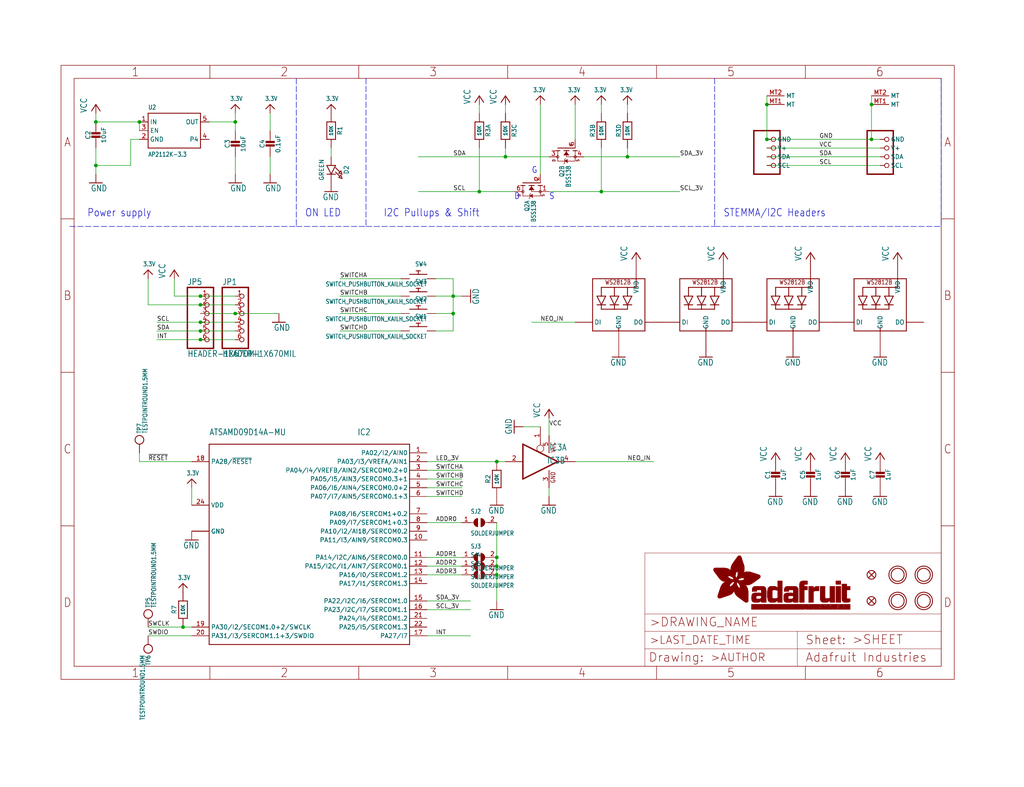
<source format=kicad_sch>
(kicad_sch (version 20211123) (generator eeschema)
  (paper "User" 298.45 229.464)
  (lib_symbols
    (symbol "schematicEagle-eagle-import:3.3V" (power)
      (property "Value" "3.3V" (at -1.524 1.016 0))
      (symbol "3.3V_1_0"
        (pin power_in line (at 0 -2.54 90) (length 2.54) (name "3.3V") (number "1"))
      )
    )
    (symbol "schematicEagle-eagle-import:741G125DBV"
      (property "Reference" "IC" (at -0.635 -0.635 0))
      (symbol "741G125DBV_1_0"
        (pin input line (at 0 10.16 270) (length 5.08) (name "OE") (number "1"))
        (pin input line (at -10.16 0 0) (length 5.08) (name "I") (number "2"))
        (pin tri_state line (at 10.16 0 180) (length 5.08) (name "O") (number "4"))
      )
      (symbol "741G125DBV_2_0"
        (text "GND" (at 1.905 -6.35 900) (effects (font (size 1.27 1.0795)) (justify left bottom)))
        (text "VCC" (at 1.905 2.54 900) (effects (font (size 1.27 1.0795)) (justify left bottom)))
        (pin power_in line (at 0 -7.62 90) (length 5.08) (name "GND") (number "3"))
        (pin power_in line (at 0 7.62 270) (length 5.08) (name "VCC") (number "5"))
      )
    )
    (symbol "schematicEagle-eagle-import:ATSAMD09D14A-MU"
      (property "Reference" "IC" (at 12.7 33.02 0))
      (property "Value" "ATSAMD09D14A-MU" (at -30.48 33.02 0))
      (symbol "ATSAMD09D14A-MU_1_0"
        (pin bidirectional line (at 33.02 27.94 180) (length 5.08) (name "PA02/I2/AIN0") (number "1"))
        (pin bidirectional line (at 33.02 2.54 180) (length 5.08) (name "PA11/I3/AIN9/SERCOM0.3") (number "10"))
        (pin bidirectional line (at 33.02 -2.54 180) (length 5.08) (name "PA14/I2C/AIN6/SERCOM0.0") (number "11"))
        (pin bidirectional line (at 33.02 -5.08 180) (length 5.08) (name "PA15/I2C/I1/AIN7/SERCOM0.1") (number "12"))
        (pin bidirectional line (at 33.02 -7.62 180) (length 5.08) (name "PA16/I0/SERCOM1.2") (number "13"))
        (pin bidirectional line (at 33.02 -10.16 180) (length 5.08) (name "PA17/I1/SERCOM1.3") (number "14"))
        (pin bidirectional line (at 33.02 -15.24 180) (length 5.08) (name "PA22/I2C/I6/SERCOM1.0") (number "15"))
        (pin bidirectional line (at 33.02 -17.78 180) (length 5.08) (name "PA23/I2C/I7/SERCOM1.1") (number "16"))
        (pin bidirectional line (at 33.02 -25.4 180) (length 5.08) (name "PA27/I7") (number "17"))
        (pin bidirectional line (at -35.56 25.4 0) (length 5.08) (name "PA28/~{RESET}") (number "18"))
        (pin bidirectional line (at -35.56 -22.86 0) (length 5.08) (name "PA30/I2/SECOM1.0+2/SWCLK") (number "19"))
        (pin bidirectional line (at 33.02 25.4 180) (length 5.08) (name "PA03/I3/VREFA/AIN1") (number "2"))
        (pin bidirectional line (at -35.56 -25.4 0) (length 5.08) (name "PA31/I3/SERCOM1.1+3/SWDIO") (number "20"))
        (pin bidirectional line (at 33.02 -20.32 180) (length 5.08) (name "PA24/I4/SERCOM1.2") (number "21"))
        (pin bidirectional line (at 33.02 -22.86 180) (length 5.08) (name "PA25/I5/SERCOM1.3") (number "22"))
        (pin power_in line (at -35.56 5.08 0) (length 5.08) (name "GND") (number "23"))
        (pin power_in line (at -35.56 12.7 0) (length 5.08) (name "VDD") (number "24"))
        (pin bidirectional line (at 33.02 22.86 180) (length 5.08) (name "PA04/I4/VREFB/AIN2/SERCOM0.2+0") (number "3"))
        (pin bidirectional line (at 33.02 20.32 180) (length 5.08) (name "PA05/I5/AIN3/SERCOM0.3+1") (number "4"))
        (pin bidirectional line (at 33.02 17.78 180) (length 5.08) (name "PA06/I6/AIN4/SERCOM0.0+2") (number "5"))
        (pin bidirectional line (at 33.02 15.24 180) (length 5.08) (name "PA07/I7/AIN5/SERCOM0.1+3") (number "6"))
        (pin bidirectional line (at 33.02 10.16 180) (length 5.08) (name "PA08/I6/SERCOM1+0.2") (number "7"))
        (pin bidirectional line (at 33.02 7.62 180) (length 5.08) (name "PA09/I7/SERCOM1+0.3") (number "8"))
        (pin bidirectional line (at 33.02 5.08 180) (length 5.08) (name "PA10/I2/AI18/SERCOM0.2") (number "9"))
        (pin power_in line (at -35.56 5.08 0) (length 5.08) (name "GND") (number "THERM"))
      )
    )
    (symbol "schematicEagle-eagle-import:CAP_CERAMIC0603_NO"
      (property "Reference" "C" (at -2.29 1.25 90))
      (property "Value" "CAP_CERAMIC0603_NO" (at 2.3 1.25 90))
      (symbol "CAP_CERAMIC0603_NO_1_0"
        (pin passive line (at 0 5.08 270) (length 2.54) (name "1") (number "1"))
        (pin passive line (at 0 -2.54 90) (length 2.54) (name "2") (number "2"))
      )
    )
    (symbol "schematicEagle-eagle-import:CAP_CERAMIC0805-NOOUTLINE"
      (property "Reference" "C" (at -2.29 1.25 90))
      (property "Value" "CAP_CERAMIC0805-NOOUTLINE" (at 2.3 1.25 90))
      (symbol "CAP_CERAMIC0805-NOOUTLINE_1_0"
        (pin passive line (at 0 5.08 270) (length 2.54) (name "1") (number "1"))
        (pin passive line (at 0 -2.54 90) (length 2.54) (name "2") (number "2"))
      )
    )
    (symbol "schematicEagle-eagle-import:FIDUCIAL_1MM")
    (symbol "schematicEagle-eagle-import:FRAME_A4_ADAFRUIT"
      (symbol "FRAME_A4_ADAFRUIT_0_0"
        (text "1" (at 21.6958 1.905 0) (effects (font (size 2.54 2.286))))
        (text "1" (at 21.6958 177.165 0) (effects (font (size 2.54 2.286))))
        (text "2" (at 65.0875 1.905 0) (effects (font (size 2.54 2.286))))
        (text "2" (at 65.0875 177.165 0) (effects (font (size 2.54 2.286))))
        (text "3" (at 108.4792 1.905 0) (effects (font (size 2.54 2.286))))
        (text "3" (at 108.4792 177.165 0) (effects (font (size 2.54 2.286))))
        (text "4" (at 151.8708 1.905 0) (effects (font (size 2.54 2.286))))
        (text "4" (at 151.8708 177.165 0) (effects (font (size 2.54 2.286))))
        (text "5" (at 195.2625 1.905 0) (effects (font (size 2.54 2.286))))
        (text "5" (at 195.2625 177.165 0) (effects (font (size 2.54 2.286))))
        (text "6" (at 238.6542 1.905 0) (effects (font (size 2.54 2.286))))
        (text "6" (at 238.6542 177.165 0) (effects (font (size 2.54 2.286))))
        (text "A" (at 1.905 156.6863 0) (effects (font (size 2.54 2.286))))
        (text "A" (at 258.445 156.6863 0) (effects (font (size 2.54 2.286))))
        (text "B" (at 1.905 111.9188 0) (effects (font (size 2.54 2.286))))
        (text "B" (at 258.445 111.9188 0) (effects (font (size 2.54 2.286))))
        (text "C" (at 1.905 67.1513 0) (effects (font (size 2.54 2.286))))
        (text "C" (at 258.445 67.1513 0) (effects (font (size 2.54 2.286))))
        (text "D" (at 1.905 22.3838 0) (effects (font (size 2.54 2.286))))
        (text "D" (at 258.445 22.3838 0) (effects (font (size 2.54 2.286))))
      )
      (symbol "FRAME_A4_ADAFRUIT_1_0"
        (text ">AUTHOR" (at 189.23 5.08 0) (effects (font (size 2.286 2.286)) (justify left bottom)))
        (text ">DRAWING_NAME" (at 171.45 15.24 0) (effects (font (size 2.54 2.54)) (justify left bottom)))
        (text ">LAST_DATE_TIME" (at 171.45 10.16 0) (effects (font (size 2.286 2.286)) (justify left bottom)))
        (text ">SHEET" (at 230.505 10.16 0) (effects (font (size 2.54 2.54)) (justify left bottom)))
        (text "Adafruit Industries" (at 216.916 4.953 0) (effects (font (size 2.54 2.54)) (justify left bottom)))
        (text "Drawing:" (at 171.196 4.953 0) (effects (font (size 2.54 2.54)) (justify left bottom)))
        (text "Sheet:" (at 216.916 10.033 0) (effects (font (size 2.54 2.54)) (justify left bottom)))
      )
    )
    (symbol "schematicEagle-eagle-import:GND" (power)
      (property "Value" "GND" (at -2.54 -2.54 0))
      (symbol "GND_1_0"
        (pin power_in line (at 0 2.54 270) (length 2.54) (name "GND") (number "1"))
      )
    )
    (symbol "schematicEagle-eagle-import:HEADER-1X670MIL"
      (property "Reference" "JP" (at -6.35 10.795 0))
      (property "Value" "HEADER-1X670MIL" (at -6.35 -10.16 0))
      (symbol "HEADER-1X670MIL_1_0"
        (pin passive inverted (at -2.54 7.62 0) (length 2.54) (name "1") (number "1"))
        (pin passive inverted (at -2.54 5.08 0) (length 2.54) (name "2") (number "2"))
        (pin passive inverted (at -2.54 2.54 0) (length 2.54) (name "3") (number "3"))
        (pin passive inverted (at -2.54 0 0) (length 2.54) (name "4") (number "4"))
        (pin passive inverted (at -2.54 -2.54 0) (length 2.54) (name "5") (number "5"))
        (pin passive inverted (at -2.54 -5.08 0) (length 2.54) (name "6") (number "6"))
      )
    )
    (symbol "schematicEagle-eagle-import:LED0603_NOOUTLINE"
      (property "Reference" "D" (at -1.27 4.445 0))
      (property "Value" "LED0603_NOOUTLINE" (at -1.27 -2.794 0))
      (symbol "LED0603_NOOUTLINE_1_0"
        (pin passive line (at -5.08 0 0) (length 2.54) (name "A") (number "A"))
        (pin passive line (at 2.54 0 180) (length 2.54) (name "C") (number "C"))
      )
    )
    (symbol "schematicEagle-eagle-import:MOSFET-N_DUAL"
      (property "Reference" "Q" (at 5.08 0.635 0))
      (property "Value" "MOSFET-N_DUAL" (at 5.08 -1.27 0))
      (symbol "MOSFET-N_DUAL_1_0"
        (text "D" (at 3.175 3.175 0) (effects (font (size 0.8128 0.6908)) (justify left bottom)))
        (text "G" (at -1.27 -1.905 0) (effects (font (size 0.8128 0.6908)) (justify left bottom)))
        (text "S" (at 3.175 -3.81 0) (effects (font (size 0.8128 0.6908)) (justify left bottom)))
        (pin bidirectional line (at 2.54 -5.08 90) (length 2.54) (name "S") (number "1"))
        (pin bidirectional line (at -2.54 -2.54 0) (length 2.54) (name "G") (number "2"))
        (pin bidirectional line (at 2.54 5.08 270) (length 2.54) (name "D") (number "6"))
      )
      (symbol "MOSFET-N_DUAL_2_0"
        (text "D" (at 3.175 3.175 0) (effects (font (size 0.8128 0.6908)) (justify left bottom)))
        (text "G" (at -1.27 -1.905 0) (effects (font (size 0.8128 0.6908)) (justify left bottom)))
        (text "S" (at 3.175 -3.81 0) (effects (font (size 0.8128 0.6908)) (justify left bottom)))
        (pin bidirectional line (at 2.54 5.08 270) (length 2.54) (name "D") (number "3"))
        (pin bidirectional line (at 2.54 -5.08 90) (length 2.54) (name "S") (number "4"))
        (pin bidirectional line (at -2.54 -2.54 0) (length 2.54) (name "G") (number "5"))
      )
    )
    (symbol "schematicEagle-eagle-import:MOUNTINGHOLE2.5")
    (symbol "schematicEagle-eagle-import:RESISTOR_0603_NOOUT"
      (property "Reference" "R" (at 0 2.54 0))
      (property "Value" "RESISTOR_0603_NOOUT" (at 0 0 0))
      (symbol "RESISTOR_0603_NOOUT_1_0"
        (pin passive line (at -5.08 0 0) (length 2.54) (name "1") (number "1"))
        (pin passive line (at 5.08 0 180) (length 2.54) (name "2") (number "2"))
      )
    )
    (symbol "schematicEagle-eagle-import:RESISTOR_4PACK"
      (property "Reference" "R" (at 0 2.54 0))
      (property "Value" "RESISTOR_4PACK" (at 0 0 0))
      (symbol "RESISTOR_4PACK_1_0"
        (pin passive line (at -5.08 0 0) (length 2.54) (name "1") (number "1"))
        (pin passive line (at 5.08 0 180) (length 2.54) (name "2") (number "8"))
      )
      (symbol "RESISTOR_4PACK_2_0"
        (pin passive line (at -5.08 0 0) (length 2.54) (name "1") (number "2"))
        (pin passive line (at 5.08 0 180) (length 2.54) (name "2") (number "7"))
      )
      (symbol "RESISTOR_4PACK_3_0"
        (pin passive line (at -5.08 0 0) (length 2.54) (name "1") (number "3"))
        (pin passive line (at 5.08 0 180) (length 2.54) (name "2") (number "6"))
      )
      (symbol "RESISTOR_4PACK_4_0"
        (pin passive line (at -5.08 0 0) (length 2.54) (name "1") (number "4"))
        (pin passive line (at 5.08 0 180) (length 2.54) (name "2") (number "5"))
      )
    )
    (symbol "schematicEagle-eagle-import:SOLDERJUMPER"
      (property "Reference" "SJ" (at -2.54 2.54 0))
      (property "Value" "SOLDERJUMPER" (at -2.54 -3.81 0))
      (symbol "SOLDERJUMPER_1_0"
        (pin passive line (at -5.08 0 0) (length 2.54) (name "1") (number "1"))
        (pin passive line (at 5.08 0 180) (length 2.54) (name "2") (number "2"))
      )
    )
    (symbol "schematicEagle-eagle-import:STEMMA_I2C_QT"
      (symbol "STEMMA_I2C_QT_1_0"
        (pin passive inverted (at 0 5.08 0) (length 2.54) (name "GND") (number "1"))
        (pin passive inverted (at 0 2.54 0) (length 2.54) (name "V+") (number "2"))
        (pin passive inverted (at 0 0 0) (length 2.54) (name "SDA") (number "3"))
        (pin passive inverted (at 0 -2.54 0) (length 2.54) (name "SCL") (number "4"))
      )
      (symbol "STEMMA_I2C_QT_2_0"
        (pin bidirectional line (at 0 0 0) (length 5.08) (name "MT") (number "MT1"))
      )
      (symbol "STEMMA_I2C_QT_3_0"
        (pin bidirectional line (at 0 0 0) (length 5.08) (name "MT") (number "MT2"))
      )
    )
    (symbol "schematicEagle-eagle-import:SWITCH_PUSHBUTTON_KAILH_SOCKET"
      (property "Reference" "SW" (at -2.54 3.556 0))
      (property "Value" "SWITCH_PUSHBUTTON_KAILH_SOCKET" (at -2.54 -2.286 0))
      (symbol "SWITCH_PUSHBUTTON_KAILH_SOCKET_1_0"
        (pin passive line (at -5.08 0 0) (length 2.54) (name "P$1") (number "1"))
        (pin passive line (at 5.08 0 180) (length 2.54) (name "P$2") (number "2"))
      )
    )
    (symbol "schematicEagle-eagle-import:TESTPOINTROUND1.5MM"
      (property "Reference" "TP" (at 0 5.588 90))
      (property "Value" "TESTPOINTROUND1.5MM" (at 1.651 5.588 90))
      (symbol "TESTPOINTROUND1.5MM_1_0"
        (pin bidirectional line (at 0 0 90) (length 2.54) (name "P$1") (number "P$1"))
      )
    )
    (symbol "schematicEagle-eagle-import:VCC" (power)
      (property "Value" "VCC" (at -2.54 -2.54 90))
      (symbol "VCC_1_0"
        (pin power_in line (at 0 -2.54 90) (length 2.54) (name "VCC") (number "1"))
      )
    )
    (symbol "schematicEagle-eagle-import:VREG_SOT23-5"
      (property "Reference" "U" (at -7.62 6.096 0))
      (property "Value" "VREG_SOT23-5" (at -7.62 -7.62 0))
      (symbol "VREG_SOT23-5_1_0"
        (pin power_in line (at -10.16 2.54 0) (length 2.54) (name "IN") (number "1"))
        (pin power_in line (at -10.16 -2.54 0) (length 2.54) (name "GND") (number "2"))
        (pin input line (at -10.16 0 0) (length 2.54) (name "EN") (number "3"))
        (pin bidirectional line (at 10.16 -2.54 180) (length 2.54) (name "P4") (number "4"))
        (pin power_in line (at 10.16 2.54 180) (length 2.54) (name "OUT") (number "5"))
      )
    )
    (symbol "schematicEagle-eagle-import:WS2812B_SK6812E"
      (symbol "WS2812B_SK6812E_1_0"
        (text "WS2812B" (at -4.064 8.382 0) (effects (font (size 1.27 1.0795)) (justify left bottom)))
        (pin power_in line (at 5.08 15.24 270) (length 5.08) (name "VDD") (number "1-VDD"))
        (pin output line (at 12.7 -2.54 180) (length 5.08) (name "DO") (number "2-DOUT"))
        (pin power_in line (at 0 -10.16 90) (length 5.08) (name "GND") (number "3-GND"))
        (pin input line (at -12.7 -2.54 0) (length 5.08) (name "DI") (number "4-DIN"))
      )
    )
  )
  (junction (at 139.7 55.88))
  (junction (at 144.78 167.64))
  (junction (at 58.42 88.9))
  (junction (at 254 30.48))
  (junction (at 132.08 91.44))
  (junction (at 58.42 99.06))
  (junction (at 68.58 35.56))
  (junction (at 53.34 182.88))
  (junction (at 58.42 93.98))
  (junction (at 144.78 134.62))
  (junction (at 132.08 86.36))
  (junction (at 144.78 165.1))
  (junction (at 175.26 55.88))
  (junction (at 223.52 30.48))
  (junction (at 27.94 35.56))
  (junction (at 254 40.64))
  (junction (at 223.52 40.64))
  (junction (at 40.64 35.56))
  (junction (at 182.88 45.72))
  (junction (at 144.78 162.56))
  (junction (at 27.94 48.26))
  (junction (at 58.42 86.36))
  (junction (at 68.58 91.44))
  (junction (at 147.32 45.72))
  (junction (at 58.42 96.52))
  (wire (pts (xy 68.58 88.9) (xy 58.42 88.9)))
  (wire (pts (xy 58.42 96.52) (xy 45.72 96.52)))
  (wire (pts (xy 40.64 134.62) (xy 40.64 132.08)))
  (wire (pts (xy 144.78 152.4) (xy 144.78 162.56)))
  (polyline (pts (xy 106.68 22.86) (xy 106.68 66.04)))
  (wire (pts (xy 55.88 142.24) (xy 55.88 147.32)))
  (wire (pts (xy 132.08 86.36) (xy 134.62 86.36)))
  (wire (pts (xy 68.58 91.44) (xy 81.28 91.44)))
  (wire (pts (xy 160.02 127) (xy 160.02 121.92)))
  (wire (pts (xy 157.48 124.46) (xy 152.4 124.46)))
  (wire (pts (xy 68.58 99.06) (xy 58.42 99.06)))
  (wire (pts (xy 132.08 81.28) (xy 132.08 86.36)))
  (wire (pts (xy 40.64 35.56) (xy 27.94 35.56)))
  (wire (pts (xy 58.42 86.36) (xy 50.8 86.36)))
  (wire (pts (xy 139.7 55.88) (xy 121.92 55.88)))
  (wire (pts (xy 96.52 45.72) (xy 96.52 43.18)))
  (wire (pts (xy 53.34 182.88) (xy 55.88 182.88)))
  (wire (pts (xy 124.46 167.64) (xy 134.62 167.64)))
  (wire (pts (xy 27.94 48.26) (xy 27.94 50.8)))
  (wire (pts (xy 254 40.64) (xy 223.52 40.64)))
  (wire (pts (xy 256.54 45.72) (xy 223.52 45.72)))
  (wire (pts (xy 147.32 43.18) (xy 147.32 45.72)))
  (wire (pts (xy 55.88 134.62) (xy 40.64 134.62)))
  (wire (pts (xy 124.46 165.1) (xy 134.62 165.1)))
  (wire (pts (xy 68.58 35.56) (xy 68.58 33.02)))
  (wire (pts (xy 137.16 185.42) (xy 124.46 185.42)))
  (wire (pts (xy 50.8 86.36) (xy 50.8 81.28)))
  (wire (pts (xy 157.48 50.8) (xy 157.48 30.48)))
  (wire (pts (xy 170.18 45.72) (xy 182.88 45.72)))
  (wire (pts (xy 144.78 162.56) (xy 144.78 165.1)))
  (wire (pts (xy 127 91.44) (xy 132.08 91.44)))
  (wire (pts (xy 139.7 43.18) (xy 139.7 55.88)))
  (wire (pts (xy 55.88 185.42) (xy 43.18 185.42)))
  (wire (pts (xy 160.02 55.88) (xy 175.26 55.88)))
  (wire (pts (xy 132.08 86.36) (xy 127 86.36)))
  (wire (pts (xy 127 81.28) (xy 132.08 81.28)))
  (polyline (pts (xy 86.36 22.86) (xy 86.36 66.04)))
  (wire (pts (xy 175.26 33.02) (xy 175.26 30.48)))
  (wire (pts (xy 160.02 144.78) (xy 160.02 142.24)))
  (wire (pts (xy 68.58 93.98) (xy 58.42 93.98)))
  (wire (pts (xy 223.52 30.48) (xy 223.52 40.64)))
  (wire (pts (xy 38.1 40.64) (xy 38.1 48.26)))
  (polyline (pts (xy 208.28 66.04) (xy 274.32 66.04)))
  (wire (pts (xy 27.94 33.02) (xy 27.94 35.56)))
  (wire (pts (xy 175.26 55.88) (xy 198.12 55.88)))
  (wire (pts (xy 144.78 165.1) (xy 144.78 167.64)))
  (wire (pts (xy 190.5 134.62) (xy 167.64 134.62)))
  (wire (pts (xy 58.42 88.9) (xy 43.18 88.9)))
  (wire (pts (xy 254 30.48) (xy 254 40.64)))
  (polyline (pts (xy 20.32 66.04) (xy 86.36 66.04)))
  (wire (pts (xy 167.64 93.98) (xy 154.94 93.98)))
  (wire (pts (xy 223.52 27.94) (xy 223.52 30.48)))
  (wire (pts (xy 43.18 88.9) (xy 43.18 81.28)))
  (wire (pts (xy 58.42 93.98) (xy 45.72 93.98)))
  (wire (pts (xy 27.94 48.26) (xy 27.94 43.18)))
  (wire (pts (xy 68.58 45.72) (xy 68.58 50.8)))
  (wire (pts (xy 256.54 40.64) (xy 254 40.64)))
  (wire (pts (xy 124.46 139.7) (xy 134.62 139.7)))
  (polyline (pts (xy 106.68 66.04) (xy 208.28 66.04)))
  (wire (pts (xy 132.08 96.52) (xy 132.08 91.44)))
  (wire (pts (xy 160.02 45.72) (xy 147.32 45.72)))
  (wire (pts (xy 127 96.52) (xy 132.08 96.52)))
  (wire (pts (xy 38.1 48.26) (xy 27.94 48.26)))
  (wire (pts (xy 40.64 38.1) (xy 40.64 35.56)))
  (wire (pts (xy 116.84 91.44) (xy 99.06 91.44)))
  (wire (pts (xy 182.88 33.02) (xy 182.88 30.48)))
  (wire (pts (xy 124.46 162.56) (xy 134.62 162.56)))
  (wire (pts (xy 139.7 30.48) (xy 139.7 33.02)))
  (wire (pts (xy 182.88 43.18) (xy 182.88 45.72)))
  (wire (pts (xy 124.46 177.8) (xy 137.16 177.8)))
  (wire (pts (xy 78.74 45.72) (xy 78.74 50.8)))
  (wire (pts (xy 124.46 137.16) (xy 134.62 137.16)))
  (polyline (pts (xy 274.32 22.86) (xy 274.32 66.04)))
  (wire (pts (xy 124.46 144.78) (xy 134.62 144.78)))
  (wire (pts (xy 124.46 142.24) (xy 134.62 142.24)))
  (wire (pts (xy 144.78 134.62) (xy 147.32 134.62)))
  (polyline (pts (xy 86.36 66.04) (xy 106.68 66.04)))
  (wire (pts (xy 124.46 175.26) (xy 137.16 175.26)))
  (wire (pts (xy 147.32 45.72) (xy 121.92 45.72)))
  (wire (pts (xy 58.42 99.06) (xy 45.72 99.06)))
  (polyline (pts (xy 208.28 22.86) (xy 208.28 66.04)))
  (wire (pts (xy 182.88 45.72) (xy 198.12 45.72)))
  (wire (pts (xy 40.64 40.64) (xy 38.1 40.64)))
  (wire (pts (xy 68.58 86.36) (xy 58.42 86.36)))
  (wire (pts (xy 175.26 43.18) (xy 175.26 55.88)))
  (wire (pts (xy 223.52 43.18) (xy 256.54 43.18)))
  (wire (pts (xy 116.84 86.36) (xy 99.06 86.36)))
  (wire (pts (xy 116.84 81.28) (xy 99.06 81.28)))
  (wire (pts (xy 254 27.94) (xy 254 30.48)))
  (wire (pts (xy 60.96 35.56) (xy 68.58 35.56)))
  (wire (pts (xy 223.52 48.26) (xy 256.54 48.26)))
  (wire (pts (xy 124.46 134.62) (xy 144.78 134.62)))
  (wire (pts (xy 144.78 167.64) (xy 144.78 175.26)))
  (wire (pts (xy 124.46 152.4) (xy 134.62 152.4)))
  (wire (pts (xy 68.58 91.44) (xy 58.42 91.44)))
  (wire (pts (xy 116.84 96.52) (xy 99.06 96.52)))
  (wire (pts (xy 43.18 182.88) (xy 53.34 182.88)))
  (wire (pts (xy 147.32 33.02) (xy 147.32 30.48)))
  (wire (pts (xy 149.86 55.88) (xy 139.7 55.88)))
  (wire (pts (xy 68.58 35.56) (xy 68.58 38.1)))
  (wire (pts (xy 78.74 33.02) (xy 78.74 38.1)))
  (wire (pts (xy 132.08 91.44) (xy 132.08 86.36)))
  (wire (pts (xy 68.58 96.52) (xy 58.42 96.52)))
  (wire (pts (xy 167.64 40.64) (xy 167.64 30.48)))
  (text "I2C Pullups & Shift" (at 111.76 63.5 180) (effects (font (size 2.1844 1.8567)) (justify left bottom)))
  (text "ON LED" (at 88.9 63.5 180) (effects (font (size 2.1844 1.8567)) (justify left bottom)))
  (text "Power supply" (at 25.4 63.5 180) (effects (font (size 2.1844 1.8567)) (justify left bottom)))
  (text "G" (at 154.94 50.8 180) (effects (font (size 1.778 1.5113)) (justify left bottom)))
  (text "S" (at 160.02 58.42 180) (effects (font (size 1.778 1.5113)) (justify left bottom)))
  (text "STEMMA/I2C Headers" (at 210.82 63.5 180) (effects (font (size 2.1844 1.8567)) (justify left bottom)))
  (text "D" (at 149.86 58.42 180) (effects (font (size 1.778 1.5113)) (justify left bottom)))
  (label "SWITCHC" (at 127 142.24 0) (effects (font (size 1.2446 1.2446))))
  (label "SCL" (at 132.08 55.88 0) (effects (font (size 1.2446 1.2446))))
  (label "SCL_3V" (at 198.12 55.88 0) (effects (font (size 1.2446 1.2446))))
  (label "SCL" (at 45.72 93.98 0) (effects (font (size 1.2446 1.2446))))
  (label "INT" (at 45.72 99.06 0) (effects (font (size 1.2446 1.2446))))
  (label "GND" (at 238.76 40.64 0) (effects (font (size 1.2446 1.2446))))
  (label "LED_3V" (at 127 134.62 0) (effects (font (size 1.2446 1.2446))))
  (label "ADDR0" (at 127 152.4 0) (effects (font (size 1.2446 1.2446))))
  (label "SWITCHB" (at 127 139.7 0) (effects (font (size 1.2446 1.2446))))
  (label "VCC" (at 238.76 43.18 0) (effects (font (size 1.2446 1.2446))))
  (label "SCL_3V" (at 127 177.8 0) (effects (font (size 1.2446 1.2446))))
  (label "SDA_3V" (at 127 175.26 0) (effects (font (size 1.2446 1.2446))))
  (label "ADDR3" (at 127 167.64 0) (effects (font (size 1.2446 1.2446))))
  (label "~{RESET}" (at 43.18 134.62 0) (effects (font (size 1.2446 1.2446))))
  (label "SCL" (at 238.76 48.26 0) (effects (font (size 1.2446 1.2446))))
  (label "ADDR1" (at 127 162.56 0) (effects (font (size 1.2446 1.2446))))
  (label "SDA" (at 132.08 45.72 0) (effects (font (size 1.2446 1.2446))))
  (label "NEO_IN" (at 157.48 93.98 0) (effects (font (size 1.2446 1.2446))))
  (label "SWITCHD" (at 127 144.78 0) (effects (font (size 1.2446 1.2446))))
  (label "SDA_3V" (at 198.12 45.72 0) (effects (font (size 1.2446 1.2446))))
  (label "ADDR2" (at 127 165.1 0) (effects (font (size 1.2446 1.2446))))
  (label "SWCLK" (at 43.18 182.88 0) (effects (font (size 1.2446 1.2446))))
  (label "VCC" (at 160.02 124.46 0) (effects (font (size 1.2446 1.2446))))
  (label "SWITCHD" (at 99.06 96.52 0) (effects (font (size 1.2446 1.2446))))
  (label "SDA" (at 238.76 45.72 0) (effects (font (size 1.2446 1.2446))))
  (label "SWITCHA" (at 99.06 81.28 0) (effects (font (size 1.2446 1.2446))))
  (label "SWITCHC" (at 99.06 91.44 0) (effects (font (size 1.2446 1.2446))))
  (label "NEO_IN" (at 182.88 134.62 0) (effects (font (size 1.2446 1.2446))))
  (label "INT" (at 127 185.42 0) (effects (font (size 1.2446 1.2446))))
  (label "SDA" (at 45.72 96.52 0) (effects (font (size 1.2446 1.2446))))
  (label "SWDIO" (at 43.18 185.42 0) (effects (font (size 1.2446 1.2446))))
  (label "SWITCHB" (at 99.06 86.36 0) (effects (font (size 1.2446 1.2446))))
  (label "SWITCHA" (at 127 137.16 0) (effects (font (size 1.2446 1.2446))))
  (symbol (lib_id "schematicEagle-eagle-import:741G125DBV") (at 160.02 134.62 0) (unit 2)
    (property "Reference" "IC3" (at 159.385 135.255 0) (effects (font (size 1.778 1.5113)) (justify left bottom)))
    (property "Value" "741G125DBV" (effects hide))
    (property "Footprint" "schematicEagle:SOT23-5" (effects hide))
  )
  (symbol (lib_id "schematicEagle-eagle-import:SWITCH_PUSHBUTTON_KAILH_SOCKET") (at 121.92 96.52 0) (mirror y) (unit 1)
    (property "Reference" "SW1" (at 124.46 92.964 0) (effects (font (size 1.27 1.0795)) (justify left bottom)))
    (property "Value" "SWITCH_PUSHBUTTON_KAILH_SOCKET" (at 124.46 98.806 0) (effects (font (size 1.27 1.0795)) (justify left bottom)))
    (property "Footprint" "schematicEagle:KAILH_SOCKET" (effects hide))
  )
  (symbol (lib_id "schematicEagle-eagle-import:FRAME_A4_ADAFRUIT") (at 17.78 198.12 0) (unit 1)
    (property "Reference" "#U$4" (effects hide))
    (property "Value" "FRAME_A4_ADAFRUIT" (effects hide))
    (property "Footprint" "schematicEagle:" (effects hide))
  )
  (symbol (lib_id "schematicEagle-eagle-import:3.3V") (at 78.74 30.48 0) (unit 1)
    (property "Reference" "#U$14" (effects hide))
    (property "Value" "3.3V" (at 77.216 29.464 0) (effects (font (size 1.27 1.0795)) (justify left bottom)))
    (property "Footprint" "schematicEagle:" (effects hide))
  )
  (symbol (lib_id "schematicEagle-eagle-import:3.3V") (at 43.18 78.74 0) (unit 1)
    (property "Reference" "#U$16" (effects hide))
    (property "Value" "3.3V" (at 41.656 77.724 0) (effects (font (size 1.27 1.0795)) (justify left bottom)))
    (property "Footprint" "schematicEagle:" (effects hide))
  )
  (symbol (lib_id "schematicEagle-eagle-import:GND") (at 246.38 144.78 0) (unit 1)
    (property "Reference" "#GND5" (effects hide))
    (property "Value" "GND" (at 243.84 147.32 0) (effects (font (size 1.778 1.5113)) (justify left bottom)))
    (property "Footprint" "schematicEagle:" (effects hide))
  )
  (symbol (lib_id "schematicEagle-eagle-import:STEMMA_I2C_QT") (at 223.52 30.48 0) (unit 2)
    (property "Reference" "CONN3" (effects hide))
    (property "Value" "STEMMA_I2C_QT" (effects hide))
    (property "Footprint" "schematicEagle:JST_SH4" (effects hide))
  )
  (symbol (lib_id "schematicEagle-eagle-import:GND") (at 180.34 104.14 0) (unit 1)
    (property "Reference" "#GND1" (effects hide))
    (property "Value" "GND" (at 177.8 106.68 0) (effects (font (size 1.778 1.5113)) (justify left bottom)))
    (property "Footprint" "schematicEagle:" (effects hide))
  )
  (symbol (lib_id "schematicEagle-eagle-import:RESISTOR_0603_NOOUT") (at 144.78 139.7 90) (unit 1)
    (property "Reference" "R2" (at 142.24 139.7 0))
    (property "Value" "10K" (at 144.78 139.7 0) (effects (font (size 1.016 1.016) bold)))
    (property "Footprint" "schematicEagle:0603-NO" (effects hide))
  )
  (symbol (lib_id "schematicEagle-eagle-import:3.3V") (at 167.64 27.94 0) (mirror y) (unit 1)
    (property "Reference" "#U$23" (effects hide))
    (property "Value" "3.3V" (at 169.164 26.924 0) (effects (font (size 1.27 1.0795)) (justify left bottom)))
    (property "Footprint" "schematicEagle:" (effects hide))
  )
  (symbol (lib_id "schematicEagle-eagle-import:CAP_CERAMIC0603_NO") (at 236.22 139.7 0) (unit 1)
    (property "Reference" "C5" (at 233.93 138.45 90))
    (property "Value" "1uF" (at 238.52 138.45 90))
    (property "Footprint" "schematicEagle:0603-NO" (effects hide))
  )
  (symbol (lib_id "schematicEagle-eagle-import:CAP_CERAMIC0805-NOOUTLINE") (at 68.58 43.18 0) (unit 1)
    (property "Reference" "C3" (at 66.29 41.93 90))
    (property "Value" "10uF" (at 70.88 41.93 90))
    (property "Footprint" "schematicEagle:0805-NO" (effects hide))
  )
  (symbol (lib_id "schematicEagle-eagle-import:GND") (at 96.52 55.88 0) (unit 1)
    (property "Reference" "#GND6" (effects hide))
    (property "Value" "GND" (at 93.98 58.42 0) (effects (font (size 1.778 1.5113)) (justify left bottom)))
    (property "Footprint" "schematicEagle:" (effects hide))
  )
  (symbol (lib_id "schematicEagle-eagle-import:VCC") (at 210.82 73.66 0) (unit 1)
    (property "Reference" "#P+7" (effects hide))
    (property "Value" "VCC" (at 208.28 76.2 90) (effects (font (size 1.778 1.5113)) (justify left bottom)))
    (property "Footprint" "schematicEagle:" (effects hide))
  )
  (symbol (lib_id "schematicEagle-eagle-import:VCC") (at 246.38 132.08 0) (unit 1)
    (property "Reference" "#P+12" (effects hide))
    (property "Value" "VCC" (at 243.84 134.62 90) (effects (font (size 1.778 1.5113)) (justify left bottom)))
    (property "Footprint" "schematicEagle:" (effects hide))
  )
  (symbol (lib_id "schematicEagle-eagle-import:TESTPOINTROUND1.5MM") (at 40.64 132.08 0) (unit 1)
    (property "Reference" "TP7" (at 40.64 126.492 90) (effects (font (size 1.27 1.0795)) (justify left)))
    (property "Value" "TESTPOINTROUND1.5MM" (at 42.291 126.492 90) (effects (font (size 1.27 1.0795)) (justify left)))
    (property "Footprint" "schematicEagle:TESTPOINT_ROUND_1.5MM" (effects hide))
  )
  (symbol (lib_id "schematicEagle-eagle-import:GND") (at 160.02 147.32 0) (unit 1)
    (property "Reference" "#GND11" (effects hide))
    (property "Value" "GND" (at 157.48 149.86 0) (effects (font (size 1.778 1.5113)) (justify left bottom)))
    (property "Footprint" "schematicEagle:" (effects hide))
  )
  (symbol (lib_id "schematicEagle-eagle-import:MOSFET-N_DUAL") (at 154.94 53.34 90) (mirror x) (unit 1)
    (property "Reference" "Q2" (at 154.305 58.42 0) (effects (font (size 1.27 1.0795)) (justify left bottom)))
    (property "Value" "BSS138" (at 156.21 58.42 0) (effects (font (size 1.27 1.0795)) (justify left bottom)))
    (property "Footprint" "schematicEagle:SOT363" (effects hide))
  )
  (symbol (lib_id "schematicEagle-eagle-import:RESISTOR_4PACK") (at 175.26 38.1 90) (mirror x) (unit 2)
    (property "Reference" "R3" (at 172.72 38.1 0))
    (property "Value" "10K" (at 175.26 38.1 0) (effects (font (size 1.016 1.016) bold)))
    (property "Footprint" "schematicEagle:RESPACK_4X0603" (effects hide))
  )
  (symbol (lib_id "schematicEagle-eagle-import:3.3V") (at 157.48 27.94 0) (mirror y) (unit 1)
    (property "Reference" "#U$26" (effects hide))
    (property "Value" "3.3V" (at 159.004 26.924 0) (effects (font (size 1.27 1.0795)) (justify left bottom)))
    (property "Footprint" "schematicEagle:" (effects hide))
  )
  (symbol (lib_id "schematicEagle-eagle-import:VCC") (at 236.22 73.66 0) (unit 1)
    (property "Reference" "#P+8" (effects hide))
    (property "Value" "VCC" (at 233.68 76.2 90) (effects (font (size 1.778 1.5113)) (justify left bottom)))
    (property "Footprint" "schematicEagle:" (effects hide))
  )
  (symbol (lib_id "schematicEagle-eagle-import:FIDUCIAL_1MM") (at 254 167.64 0) (unit 1)
    (property "Reference" "FID2" (effects hide))
    (property "Value" "FIDUCIAL_1MM" (effects hide))
    (property "Footprint" "schematicEagle:FIDUCIAL_1MM" (effects hide))
  )
  (symbol (lib_id "schematicEagle-eagle-import:WS2812B_SK6812E") (at 256.54 91.44 0) (unit 1)
    (property "Reference" "LED4" (effects hide))
    (property "Value" "WS2812B_SK6812E" (effects hide))
    (property "Footprint" "schematicEagle:NEO3535_REVERSE" (effects hide))
  )
  (symbol (lib_id "schematicEagle-eagle-import:GND") (at 27.94 53.34 0) (unit 1)
    (property "Reference" "#U$13" (effects hide))
    (property "Value" "GND" (at 26.416 55.88 0) (effects (font (size 1.778 1.5113)) (justify left bottom)))
    (property "Footprint" "schematicEagle:" (effects hide))
  )
  (symbol (lib_id "schematicEagle-eagle-import:HEADER-1X670MIL") (at 71.12 93.98 0) (unit 1)
    (property "Reference" "JP1" (at 64.77 83.185 0) (effects (font (size 1.778 1.5113)) (justify left bottom)))
    (property "Value" "HEADER-1X670MIL" (at 64.77 104.14 0) (effects (font (size 1.778 1.5113)) (justify left bottom)))
    (property "Footprint" "schematicEagle:1X06_ROUND_70" (effects hide))
  )
  (symbol (lib_id "schematicEagle-eagle-import:STEMMA_I2C_QT") (at 254 27.94 0) (unit 3)
    (property "Reference" "CONN4" (effects hide))
    (property "Value" "STEMMA_I2C_QT" (effects hide))
    (property "Footprint" "schematicEagle:JST_SH4" (effects hide))
  )
  (symbol (lib_id "schematicEagle-eagle-import:3.3V") (at 96.52 30.48 0) (unit 1)
    (property "Reference" "#U$8" (effects hide))
    (property "Value" "3.3V" (at 94.996 29.464 0) (effects (font (size 1.27 1.0795)) (justify left bottom)))
    (property "Footprint" "schematicEagle:" (effects hide))
  )
  (symbol (lib_id "schematicEagle-eagle-import:CAP_CERAMIC0603_NO") (at 226.06 139.7 0) (unit 1)
    (property "Reference" "C1" (at 223.77 138.45 90))
    (property "Value" "1uF" (at 228.36 138.45 90))
    (property "Footprint" "schematicEagle:0603-NO" (effects hide))
  )
  (symbol (lib_id "schematicEagle-eagle-import:VREG_SOT23-5") (at 50.8 38.1 0) (unit 1)
    (property "Reference" "U2" (at 43.18 32.004 0) (effects (font (size 1.27 1.0795)) (justify left bottom)))
    (property "Value" "AP2112K-3.3" (at 43.18 45.72 0) (effects (font (size 1.27 1.0795)) (justify left bottom)))
    (property "Footprint" "schematicEagle:SOT23-5" (effects hide))
  )
  (symbol (lib_id "schematicEagle-eagle-import:RESISTOR_4PACK") (at 147.32 38.1 270) (unit 3)
    (property "Reference" "R3" (at 149.86 38.1 0))
    (property "Value" "10K" (at 147.32 38.1 0) (effects (font (size 1.016 1.016) bold)))
    (property "Footprint" "schematicEagle:RESPACK_4X0603" (effects hide))
  )
  (symbol (lib_id "schematicEagle-eagle-import:RESISTOR_0603_NOOUT") (at 53.34 177.8 90) (unit 1)
    (property "Reference" "R7" (at 50.8 177.8 0))
    (property "Value" "10K" (at 53.34 177.8 0) (effects (font (size 1.016 1.016) bold)))
    (property "Footprint" "schematicEagle:0603-NO" (effects hide))
  )
  (symbol (lib_id "schematicEagle-eagle-import:WS2812B_SK6812E") (at 205.74 91.44 0) (unit 1)
    (property "Reference" "LED2" (effects hide))
    (property "Value" "WS2812B_SK6812E" (effects hide))
    (property "Footprint" "schematicEagle:NEO3535_REVERSE" (effects hide))
  )
  (symbol (lib_id "schematicEagle-eagle-import:TESTPOINTROUND1.5MM") (at 43.18 185.42 180) (unit 1)
    (property "Reference" "TP6" (at 43.18 191.008 90) (effects (font (size 1.27 1.0795)) (justify left)))
    (property "Value" "TESTPOINTROUND1.5MM" (at 41.529 191.008 90) (effects (font (size 1.27 1.0795)) (justify left)))
    (property "Footprint" "schematicEagle:TESTPOINT_ROUND_1.5MM" (effects hide))
  )
  (symbol (lib_id "schematicEagle-eagle-import:VCC") (at 236.22 132.08 0) (unit 1)
    (property "Reference" "#P+11" (effects hide))
    (property "Value" "VCC" (at 233.68 134.62 90) (effects (font (size 1.778 1.5113)) (justify left bottom)))
    (property "Footprint" "schematicEagle:" (effects hide))
  )
  (symbol (lib_id "schematicEagle-eagle-import:SWITCH_PUSHBUTTON_KAILH_SOCKET") (at 121.92 81.28 0) (mirror y) (unit 1)
    (property "Reference" "SW4" (at 124.46 77.724 0) (effects (font (size 1.27 1.0795)) (justify left bottom)))
    (property "Value" "SWITCH_PUSHBUTTON_KAILH_SOCKET" (at 124.46 83.566 0) (effects (font (size 1.27 1.0795)) (justify left bottom)))
    (property "Footprint" "schematicEagle:KAILH_SOCKET" (effects hide))
  )
  (symbol (lib_id "schematicEagle-eagle-import:WS2812B_SK6812E") (at 231.14 91.44 0) (unit 1)
    (property "Reference" "LED3" (effects hide))
    (property "Value" "WS2812B_SK6812E" (effects hide))
    (property "Footprint" "schematicEagle:NEO3535_REVERSE" (effects hide))
  )
  (symbol (lib_id "schematicEagle-eagle-import:TESTPOINTROUND1.5MM") (at 43.18 182.88 0) (unit 1)
    (property "Reference" "TP5" (at 43.18 177.292 90) (effects (font (size 1.27 1.0795)) (justify left)))
    (property "Value" "TESTPOINTROUND1.5MM" (at 44.831 177.292 90) (effects (font (size 1.27 1.0795)) (justify left)))
    (property "Footprint" "schematicEagle:TESTPOINT_ROUND_1.5MM" (effects hide))
  )
  (symbol (lib_id "schematicEagle-eagle-import:CAP_CERAMIC0603_NO") (at 78.74 43.18 0) (unit 1)
    (property "Reference" "C4" (at 76.45 41.93 90))
    (property "Value" "0.1uF" (at 81.04 41.93 90))
    (property "Footprint" "schematicEagle:0603-NO" (effects hide))
  )
  (symbol (lib_id "schematicEagle-eagle-import:STEMMA_I2C_QT") (at 223.52 27.94 0) (unit 3)
    (property "Reference" "CONN3" (effects hide))
    (property "Value" "STEMMA_I2C_QT" (effects hide))
    (property "Footprint" "schematicEagle:JST_SH4" (effects hide))
  )
  (symbol (lib_id "schematicEagle-eagle-import:GND") (at 205.74 104.14 0) (unit 1)
    (property "Reference" "#GND2" (effects hide))
    (property "Value" "GND" (at 203.2 106.68 0) (effects (font (size 1.778 1.5113)) (justify left bottom)))
    (property "Footprint" "schematicEagle:" (effects hide))
  )
  (symbol (lib_id "schematicEagle-eagle-import:VCC") (at 27.94 30.48 0) (unit 1)
    (property "Reference" "#P+3" (effects hide))
    (property "Value" "VCC" (at 25.4 33.02 90) (effects (font (size 1.778 1.5113)) (justify left bottom)))
    (property "Footprint" "schematicEagle:" (effects hide))
  )
  (symbol (lib_id "schematicEagle-eagle-import:VCC") (at 185.42 73.66 0) (unit 1)
    (property "Reference" "#P+5" (effects hide))
    (property "Value" "VCC" (at 182.88 76.2 90) (effects (font (size 1.778 1.5113)) (justify left bottom)))
    (property "Footprint" "schematicEagle:" (effects hide))
  )
  (symbol (lib_id "schematicEagle-eagle-import:3.3V") (at 53.34 170.18 0) (unit 1)
    (property "Reference" "#U$1" (effects hide))
    (property "Value" "3.3V" (at 51.816 169.164 0) (effects (font (size 1.27 1.0795)) (justify left bottom)))
    (property "Footprint" "schematicEagle:" (effects hide))
  )
  (symbol (lib_id "schematicEagle-eagle-import:CAP_CERAMIC0603_NO") (at 246.38 139.7 0) (unit 1)
    (property "Reference" "C6" (at 244.09 138.45 90))
    (property "Value" "1uF" (at 248.68 138.45 90))
    (property "Footprint" "schematicEagle:0603-NO" (effects hide))
  )
  (symbol (lib_id "schematicEagle-eagle-import:MOSFET-N_DUAL") (at 165.1 43.18 90) (mirror x) (unit 2)
    (property "Reference" "Q2" (at 164.465 48.26 0) (effects (font (size 1.27 1.0795)) (justify left bottom)))
    (property "Value" "BSS138" (at 166.37 48.26 0) (effects (font (size 1.27 1.0795)) (justify left bottom)))
    (property "Footprint" "schematicEagle:SOT363" (effects hide))
  )
  (symbol (lib_id "schematicEagle-eagle-import:741G125DBV") (at 157.48 134.62 0) (unit 1)
    (property "Reference" "IC3" (at 160.02 131.445 0) (effects (font (size 1.778 1.5113)) (justify left bottom)))
    (property "Value" "741G125DBV" (effects hide))
    (property "Footprint" "schematicEagle:SOT23-5" (effects hide))
  )
  (symbol (lib_id "schematicEagle-eagle-import:RESISTOR_4PACK") (at 139.7 38.1 270) (unit 1)
    (property "Reference" "R3" (at 142.24 38.1 0))
    (property "Value" "10K" (at 139.7 38.1 0) (effects (font (size 1.016 1.016) bold)))
    (property "Footprint" "schematicEagle:RESPACK_4X0603" (effects hide))
  )
  (symbol (lib_id "schematicEagle-eagle-import:3.3V") (at 55.88 139.7 0) (unit 1)
    (property "Reference" "#U$20" (effects hide))
    (property "Value" "3.3V" (at 54.356 138.684 0) (effects (font (size 1.27 1.0795)) (justify left bottom)))
    (property "Footprint" "schematicEagle:" (effects hide))
  )
  (symbol (lib_id "schematicEagle-eagle-import:VCC") (at 139.7 27.94 0) (unit 1)
    (property "Reference" "#P+1" (effects hide))
    (property "Value" "VCC" (at 137.16 30.48 90) (effects (font (size 1.778 1.5113)) (justify left bottom)))
    (property "Footprint" "schematicEagle:" (effects hide))
  )
  (symbol (lib_id "schematicEagle-eagle-import:SOLDERJUMPER") (at 139.7 162.56 0) (unit 1)
    (property "Reference" "SJ3" (at 137.16 160.02 0) (effects (font (size 1.27 1.0795)) (justify left bottom)))
    (property "Value" "SOLDERJUMPER" (at 137.16 166.37 0) (effects (font (size 1.27 1.0795)) (justify left bottom)))
    (property "Footprint" "schematicEagle:SOLDERJUMPER_ARROW_NOPASTE" (effects hide))
  )
  (symbol (lib_id "schematicEagle-eagle-import:GND") (at 137.16 86.36 90) (unit 1)
    (property "Reference" "#GND12" (effects hide))
    (property "Value" "GND" (at 139.7 88.9 0) (effects (font (size 1.778 1.5113)) (justify left bottom)))
    (property "Footprint" "schematicEagle:" (effects hide))
  )
  (symbol (lib_id "schematicEagle-eagle-import:CAP_CERAMIC0603_NO") (at 256.54 139.7 0) (unit 1)
    (property "Reference" "C7" (at 254.25 138.45 90))
    (property "Value" "1uF" (at 258.84 138.45 90))
    (property "Footprint" "schematicEagle:0603-NO" (effects hide))
  )
  (symbol (lib_id "schematicEagle-eagle-import:RESISTOR_4PACK") (at 182.88 38.1 90) (mirror x) (unit 4)
    (property "Reference" "R3" (at 180.34 38.1 0))
    (property "Value" "10K" (at 182.88 38.1 0) (effects (font (size 1.016 1.016) bold)))
    (property "Footprint" "schematicEagle:RESPACK_4X0603" (effects hide))
  )
  (symbol (lib_id "schematicEagle-eagle-import:STEMMA_I2C_QT") (at 256.54 45.72 0) (unit 1)
    (property "Reference" "CONN4" (effects hide))
    (property "Value" "STEMMA_I2C_QT" (effects hide))
    (property "Footprint" "schematicEagle:JST_SH4" (effects hide))
  )
  (symbol (lib_id "schematicEagle-eagle-import:FIDUCIAL_1MM") (at 254 175.26 0) (unit 1)
    (property "Reference" "FID1" (effects hide))
    (property "Value" "FIDUCIAL_1MM" (effects hide))
    (property "Footprint" "schematicEagle:FIDUCIAL_1MM" (effects hide))
  )
  (symbol (lib_id "schematicEagle-eagle-import:LED0603_NOOUTLINE") (at 96.52 50.8 270) (unit 1)
    (property "Reference" "D2" (at 100.965 49.53 0))
    (property "Value" "GREEN" (at 93.726 49.53 0))
    (property "Footprint" "schematicEagle:CHIPLED_0603_NOOUTLINE" (effects hide))
  )
  (symbol (lib_id "schematicEagle-eagle-import:VCC") (at 160.02 119.38 0) (unit 1)
    (property "Reference" "#P+6" (effects hide))
    (property "Value" "VCC" (at 157.48 121.92 90) (effects (font (size 1.778 1.5113)) (justify left bottom)))
    (property "Footprint" "schematicEagle:" (effects hide))
  )
  (symbol (lib_id "schematicEagle-eagle-import:GND") (at 144.78 147.32 0) (unit 1)
    (property "Reference" "#GND14" (effects hide))
    (property "Value" "GND" (at 142.24 149.86 0) (effects (font (size 1.778 1.5113)) (justify left bottom)))
    (property "Footprint" "schematicEagle:" (effects hide))
  )
  (symbol (lib_id "schematicEagle-eagle-import:GND") (at 144.78 177.8 0) (unit 1)
    (property "Reference" "#GND13" (effects hide))
    (property "Value" "GND" (at 142.24 180.34 0) (effects (font (size 1.778 1.5113)) (justify left bottom)))
    (property "Footprint" "schematicEagle:" (effects hide))
  )
  (symbol (lib_id "schematicEagle-eagle-import:CAP_CERAMIC0805-NOOUTLINE") (at 27.94 40.64 0) (unit 1)
    (property "Reference" "C2" (at 25.65 39.39 90))
    (property "Value" "10uF" (at 30.24 39.39 90))
    (property "Footprint" "schematicEagle:0805-NO" (effects hide))
  )
  (symbol (lib_id "schematicEagle-eagle-import:SWITCH_PUSHBUTTON_KAILH_SOCKET") (at 121.92 86.36 0) (mirror y) (unit 1)
    (property "Reference" "SW3" (at 124.46 82.804 0) (effects (font (size 1.27 1.0795)) (justify left bottom)))
    (property "Value" "SWITCH_PUSHBUTTON_KAILH_SOCKET" (at 124.46 88.646 0) (effects (font (size 1.27 1.0795)) (justify left bottom)))
    (property "Footprint" "schematicEagle:KAILH_SOCKET" (effects hide))
  )
  (symbol (lib_id "schematicEagle-eagle-import:GND") (at 256.54 104.14 0) (unit 1)
    (property "Reference" "#GND9" (effects hide))
    (property "Value" "GND" (at 254 106.68 0) (effects (font (size 1.778 1.5113)) (justify left bottom)))
    (property "Footprint" "schematicEagle:" (effects hide))
  )
  (symbol (lib_id "schematicEagle-eagle-import:STEMMA_I2C_QT") (at 254 30.48 0) (unit 2)
    (property "Reference" "CONN4" (effects hide))
    (property "Value" "STEMMA_I2C_QT" (effects hide))
    (property "Footprint" "schematicEagle:JST_SH4" (effects hide))
  )
  (symbol (lib_id "schematicEagle-eagle-import:VCC") (at 147.32 27.94 0) (unit 1)
    (property "Reference" "#P+2" (effects hide))
    (property "Value" "VCC" (at 144.78 30.48 90) (effects (font (size 1.778 1.5113)) (justify left bottom)))
    (property "Footprint" "schematicEagle:" (effects hide))
  )
  (symbol (lib_id "schematicEagle-eagle-import:GND") (at 55.88 157.48 0) (unit 1)
    (property "Reference" "#GND16" (effects hide))
    (property "Value" "GND" (at 53.34 160.02 0) (effects (font (size 1.778 1.5113)) (justify left bottom)))
    (property "Footprint" "schematicEagle:" (effects hide))
  )
  (symbol (lib_id "schematicEagle-eagle-import:WS2812B_SK6812E") (at 180.34 91.44 0) (unit 1)
    (property "Reference" "LED1" (effects hide))
    (property "Value" "WS2812B_SK6812E" (effects hide))
    (property "Footprint" "schematicEagle:NEO3535_REVERSE" (effects hide))
  )
  (symbol (lib_id "schematicEagle-eagle-import:SWITCH_PUSHBUTTON_KAILH_SOCKET") (at 121.92 91.44 0) (mirror y) (unit 1)
    (property "Reference" "SW2" (at 124.46 87.884 0) (effects (font (size 1.27 1.0795)) (justify left bottom)))
    (property "Value" "SWITCH_PUSHBUTTON_KAILH_SOCKET" (at 124.46 93.726 0) (effects (font (size 1.27 1.0795)) (justify left bottom)))
    (property "Footprint" "schematicEagle:KAILH_SOCKET" (effects hide))
  )
  (symbol (lib_id "schematicEagle-eagle-import:SOLDERJUMPER") (at 139.7 167.64 0) (unit 1)
    (property "Reference" "SJ5" (at 137.16 165.1 0) (effects (font (size 1.27 1.0795)) (justify left bottom)))
    (property "Value" "SOLDERJUMPER" (at 137.16 171.45 0) (effects (font (size 1.27 1.0795)) (justify left bottom)))
    (property "Footprint" "schematicEagle:SOLDERJUMPER_ARROW_NOPASTE" (effects hide))
  )
  (symbol (lib_id "schematicEagle-eagle-import:SOLDERJUMPER") (at 139.7 165.1 0) (unit 1)
    (property "Reference" "SJ4" (at 137.16 162.56 0) (effects (font (size 1.27 1.0795)) (justify left bottom)))
    (property "Value" "SOLDERJUMPER" (at 137.16 168.91 0) (effects (font (size 1.27 1.0795)) (justify left bottom)))
    (property "Footprint" "schematicEagle:SOLDERJUMPER_ARROW_NOPASTE" (effects hide))
  )
  (symbol (lib_id "schematicEagle-eagle-import:SOLDERJUMPER") (at 139.7 152.4 0) (unit 1)
    (property "Reference" "SJ2" (at 137.16 149.86 0) (effects (font (size 1.27 1.0795)) (justify left bottom)))
    (property "Value" "SOLDERJUMPER" (at 137.16 156.21 0) (effects (font (size 1.27 1.0795)) (justify left bottom)))
    (property "Footprint" "schematicEagle:SOLDERJUMPER_ARROW_NOPASTE" (effects hide))
  )
  (symbol (lib_id "schematicEagle-eagle-import:GND") (at 256.54 144.78 0) (unit 1)
    (property "Reference" "#GND7" (effects hide))
    (property "Value" "GND" (at 254 147.32 0) (effects (font (size 1.778 1.5113)) (justify left bottom)))
    (property "Footprint" "schematicEagle:" (effects hide))
  )
  (symbol (lib_id "schematicEagle-eagle-import:ATSAMD09D14A-MU") (at 91.44 160.02 0) (unit 1)
    (property "Reference" "IC2" (at 104.14 127 0) (effects (font (size 1.778 1.5113)) (justify left bottom)))
    (property "Value" "ATSAMD09D14A-MU" (at 60.96 127 0) (effects (font (size 1.778 1.5113)) (justify left bottom)))
    (property "Footprint" "schematicEagle:QFN24_4MM" (effects hide))
  )
  (symbol (lib_id "schematicEagle-eagle-import:3.3V") (at 68.58 30.48 0) (unit 1)
    (property "Reference" "#U$15" (effects hide))
    (property "Value" "3.3V" (at 67.056 29.464 0) (effects (font (size 1.27 1.0795)) (justify left bottom)))
    (property "Footprint" "schematicEagle:" (effects hide))
  )
  (symbol (lib_id "schematicEagle-eagle-import:RESISTOR_0603_NOOUT") (at 96.52 38.1 270) (unit 1)
    (property "Reference" "R1" (at 99.06 38.1 0))
    (property "Value" "10K" (at 96.52 38.1 0) (effects (font (size 1.016 1.016) bold)))
    (property "Footprint" "schematicEagle:0603-NO" (effects hide))
  )
  (symbol (lib_id "schematicEagle-eagle-import:GND") (at 231.14 104.14 0) (unit 1)
    (property "Reference" "#GND8" (effects hide))
    (property "Value" "GND" (at 228.6 106.68 0) (effects (font (size 1.778 1.5113)) (justify left bottom)))
    (property "Footprint" "schematicEagle:" (effects hide))
  )
  (symbol (lib_id "schematicEagle-eagle-import:MOUNTINGHOLE2.5") (at 261.62 167.64 0) (unit 1)
    (property "Reference" "U$17" (effects hide))
    (property "Value" "MOUNTINGHOLE2.5" (effects hide))
    (property "Footprint" "schematicEagle:MOUNTINGHOLE_2.5_PLATED" (effects hide))
  )
  (symbol (lib_id "schematicEagle-eagle-import:GND") (at 226.06 144.78 0) (unit 1)
    (property "Reference" "#GND3" (effects hide))
    (property "Value" "GND" (at 223.52 147.32 0) (effects (font (size 1.778 1.5113)) (justify left bottom)))
    (property "Footprint" "schematicEagle:" (effects hide))
  )
  (symbol (lib_id "schematicEagle-eagle-import:MOUNTINGHOLE2.5") (at 261.62 175.26 0) (unit 1)
    (property "Reference" "U$3" (effects hide))
    (property "Value" "MOUNTINGHOLE2.5" (effects hide))
    (property "Footprint" "schematicEagle:MOUNTINGHOLE_2.5_PLATED" (effects hide))
  )
  (symbol (lib_id "schematicEagle-eagle-import:3.3V") (at 175.26 27.94 0) (mirror y) (unit 1)
    (property "Reference" "#U$24" (effects hide))
    (property "Value" "3.3V" (at 176.784 26.924 0) (effects (font (size 1.27 1.0795)) (justify left bottom)))
    (property "Footprint" "schematicEagle:" (effects hide))
  )
  (symbol (lib_id "schematicEagle-eagle-import:GND") (at 236.22 144.78 0) (unit 1)
    (property "Reference" "#GND4" (effects hide))
    (property "Value" "GND" (at 233.68 147.32 0) (effects (font (size 1.778 1.5113)) (justify left bottom)))
    (property "Footprint" "schematicEagle:" (effects hide))
  )
  (symbol (lib_id "schematicEagle-eagle-import:MOUNTINGHOLE2.5") (at 269.24 167.64 0) (unit 1)
    (property "Reference" "U$19" (effects hide))
    (property "Value" "MOUNTINGHOLE2.5" (effects hide))
    (property "Footprint" "schematicEagle:MOUNTINGHOLE_2.5_PLATED" (effects hide))
  )
  (symbol (lib_id "schematicEagle-eagle-import:VCC") (at 50.8 78.74 0) (unit 1)
    (property "Reference" "#P+4" (effects hide))
    (property "Value" "VCC" (at 48.26 81.28 90) (effects (font (size 1.778 1.5113)) (justify left bottom)))
    (property "Footprint" "schematicEagle:" (effects hide))
  )
  (symbol (lib_id "schematicEagle-eagle-import:GND") (at 81.28 93.98 0) (unit 1)
    (property "Reference" "#U$10" (effects hide))
    (property "Value" "GND" (at 79.756 96.52 0) (effects (font (size 1.778 1.5113)) (justify left bottom)))
    (property "Footprint" "schematicEagle:" (effects hide))
  )
  (symbol (lib_id "schematicEagle-eagle-import:VCC") (at 261.62 73.66 0) (unit 1)
    (property "Reference" "#P+9" (effects hide))
    (property "Value" "VCC" (at 259.08 76.2 90) (effects (font (size 1.778 1.5113)) (justify left bottom)))
    (property "Footprint" "schematicEagle:" (effects hide))
  )
  (symbol (lib_id "schematicEagle-eagle-import:GND") (at 68.58 53.34 0) (unit 1)
    (property "Reference" "#U$5" (effects hide))
    (property "Value" "GND" (at 67.056 55.88 0) (effects (font (size 1.778 1.5113)) (justify left bottom)))
    (property "Footprint" "schematicEagle:" (effects hide))
  )
  (symbol (lib_id "schematicEagle-eagle-import:VCC") (at 256.54 132.08 0) (unit 1)
    (property "Reference" "#P+13" (effects hide))
    (property "Value" "VCC" (at 254 134.62 90) (effects (font (size 1.778 1.5113)) (justify left bottom)))
    (property "Footprint" "schematicEagle:" (effects hide))
  )
  (symbol (lib_id "schematicEagle-eagle-import:GND") (at 78.74 53.34 0) (unit 1)
    (property "Reference" "#U$6" (effects hide))
    (property "Value" "GND" (at 77.216 55.88 0) (effects (font (size 1.778 1.5113)) (justify left bottom)))
    (property "Footprint" "schematicEagle:" (effects hide))
  )
  (symbol (lib_id "schematicEagle-eagle-import:GND") (at 149.86 124.46 270) (unit 1)
    (property "Reference" "#GND10" (effects hide))
    (property "Value" "GND" (at 147.32 121.92 0) (effects (font (size 1.778 1.5113)) (justify left bottom)))
    (property "Footprint" "schematicEagle:" (effects hide))
  )
  (symbol (lib_id "schematicEagle-eagle-import:3.3V") (at 182.88 27.94 0) (mirror y) (unit 1)
    (property "Reference" "#U$7" (effects hide))
    (property "Value" "3.3V" (at 184.404 26.924 0) (effects (font (size 1.27 1.0795)) (justify left bottom)))
    (property "Footprint" "schematicEagle:" (effects hide))
  )
  (symbol (lib_id "schematicEagle-eagle-import:STEMMA_I2C_QT") (at 223.52 45.72 0) (unit 1)
    (property "Reference" "CONN3" (effects hide))
    (property "Value" "STEMMA_I2C_QT" (effects hide))
    (property "Footprint" "schematicEagle:JST_SH4" (effects hide))
  )
  (symbol (lib_id "schematicEagle-eagle-import:VCC") (at 226.06 132.08 0) (unit 1)
    (property "Reference" "#P+10" (effects hide))
    (property "Value" "VCC" (at 223.52 134.62 90) (effects (font (size 1.778 1.5113)) (justify left bottom)))
    (property "Footprint" "schematicEagle:" (effects hide))
  )
  (symbol (lib_id "schematicEagle-eagle-import:HEADER-1X670MIL") (at 60.96 93.98 0) (unit 1)
    (property "Reference" "JP5" (at 54.61 83.185 0) (effects (font (size 1.778 1.5113)) (justify left bottom)))
    (property "Value" "HEADER-1X670MIL" (at 54.61 104.14 0) (effects (font (size 1.778 1.5113)) (justify left bottom)))
    (property "Footprint" "schematicEagle:1X06_ROUND_70" (effects hide))
  )
  (symbol (lib_id "schematicEagle-eagle-import:MOUNTINGHOLE2.5") (at 269.24 175.26 0) (unit 1)
    (property "Reference" "U$21" (effects hide))
    (property "Value" "MOUNTINGHOLE2.5" (effects hide))
    (property "Footprint" "schematicEagle:MOUNTINGHOLE_2.5_PLATED" (effects hide))
  )
)
</source>
